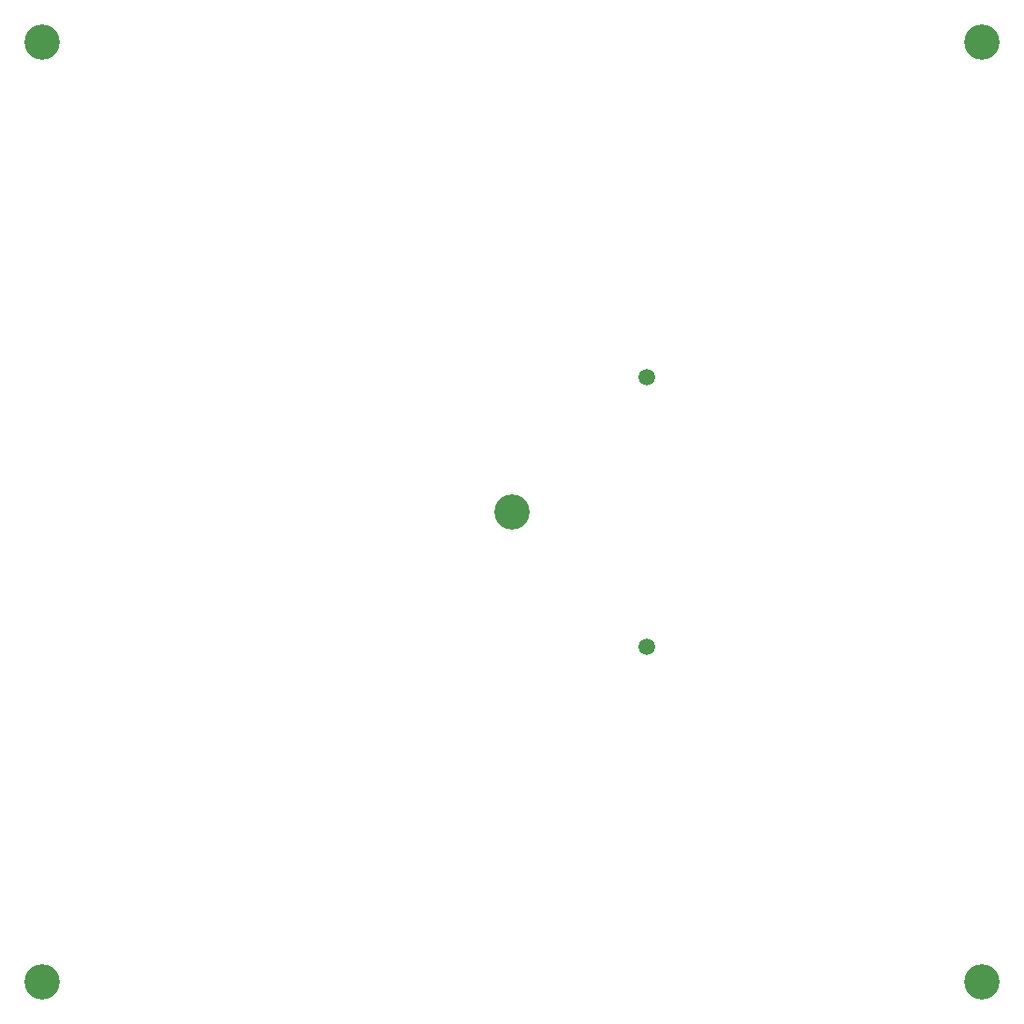
<source format=gbs>
G04 #@! TF.GenerationSoftware,KiCad,Pcbnew,(6.0.6-0)*
G04 #@! TF.CreationDate,2022-09-01T16:52:26+01:00*
G04 #@! TF.ProjectId,gnss_ring_patch_pcb,676e7373-5f72-4696-9e67-5f7061746368,1.0*
G04 #@! TF.SameCoordinates,Original*
G04 #@! TF.FileFunction,Soldermask,Bot*
G04 #@! TF.FilePolarity,Negative*
%FSLAX46Y46*%
G04 Gerber Fmt 4.6, Leading zero omitted, Abs format (unit mm)*
G04 Created by KiCad (PCBNEW (6.0.6-0)) date 2022-09-01 16:52:26*
%MOMM*%
%LPD*%
G01*
G04 APERTURE LIST*
%ADD10C,3.200000*%
%ADD11C,1.500000*%
G04 APERTURE END LIST*
D10*
X57500000Y-142500000D03*
X100000000Y-100000000D03*
X142500000Y-57500000D03*
D11*
X112197592Y-112197592D03*
X112197592Y-87802408D03*
D10*
X142500000Y-142500000D03*
X57500000Y-57500000D03*
M02*

</source>
